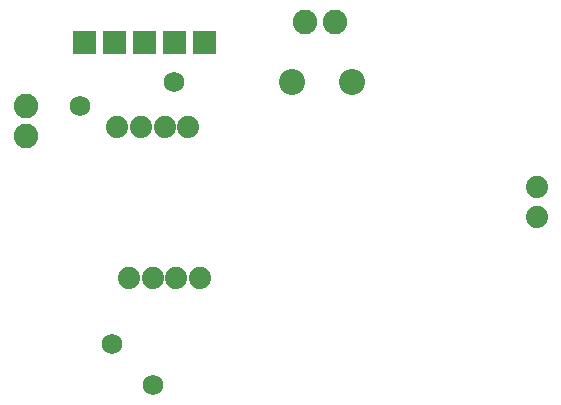
<source format=gts>
G04 Layer: TopSolderMaskLayer*
G04 EasyEDA v6.4.19.5, 2021-05-02T15:51:48+00:00*
G04 fa95a55a5d7b4a54880c62140e65483f,df9bcaa0b1a24b1393461ff34c98d398,10*
G04 Gerber Generator version 0.2*
G04 Scale: 100 percent, Rotated: No, Reflected: No *
G04 Dimensions in millimeters *
G04 leading zeros omitted , absolute positions ,4 integer and 5 decimal *
%FSLAX45Y45*%
%MOMM*%

%ADD21C,1.7272*%
%ADD22C,2.0833*%
%ADD23C,2.2032*%
%ADD24C,1.8796*%

%LPD*%
D21*
G01*
X2203450Y3378200D03*
G01*
X1403350Y3175000D03*
G01*
X1676247Y1153540D03*
G01*
X2021331Y808481D03*
D22*
G01*
X3568700Y3886200D03*
G01*
X3314700Y3886200D03*
G36*
X2105913Y3610610D02*
G01*
X2105913Y3805936D01*
X2301240Y3805936D01*
X2301240Y3610610D01*
G37*
G36*
X2359913Y3610610D02*
G01*
X2359913Y3805936D01*
X2555240Y3805936D01*
X2555240Y3610610D01*
G37*
G36*
X1851913Y3610610D02*
G01*
X1851913Y3805936D01*
X2047240Y3805936D01*
X2047240Y3610610D01*
G37*
G36*
X1597913Y3610610D02*
G01*
X1597913Y3805936D01*
X1793239Y3805936D01*
X1793239Y3610610D01*
G37*
G36*
X1343913Y3610610D02*
G01*
X1343913Y3805936D01*
X1539239Y3805936D01*
X1539239Y3610610D01*
G37*
G01*
X946150Y2921000D03*
G01*
X946150Y3175000D03*
D23*
G01*
X3200400Y3378200D03*
G01*
X3708400Y3378200D03*
D24*
G01*
X2322829Y2994660D03*
G01*
X2122170Y2994660D03*
G01*
X1921510Y2994660D03*
G01*
X1723389Y2994660D03*
G01*
X2421890Y1714500D03*
G01*
X2221229Y1714500D03*
G01*
X2023109Y1714500D03*
G01*
X1822450Y1714500D03*
G01*
X5275656Y2489200D03*
G01*
X5275656Y2235200D03*
M02*

</source>
